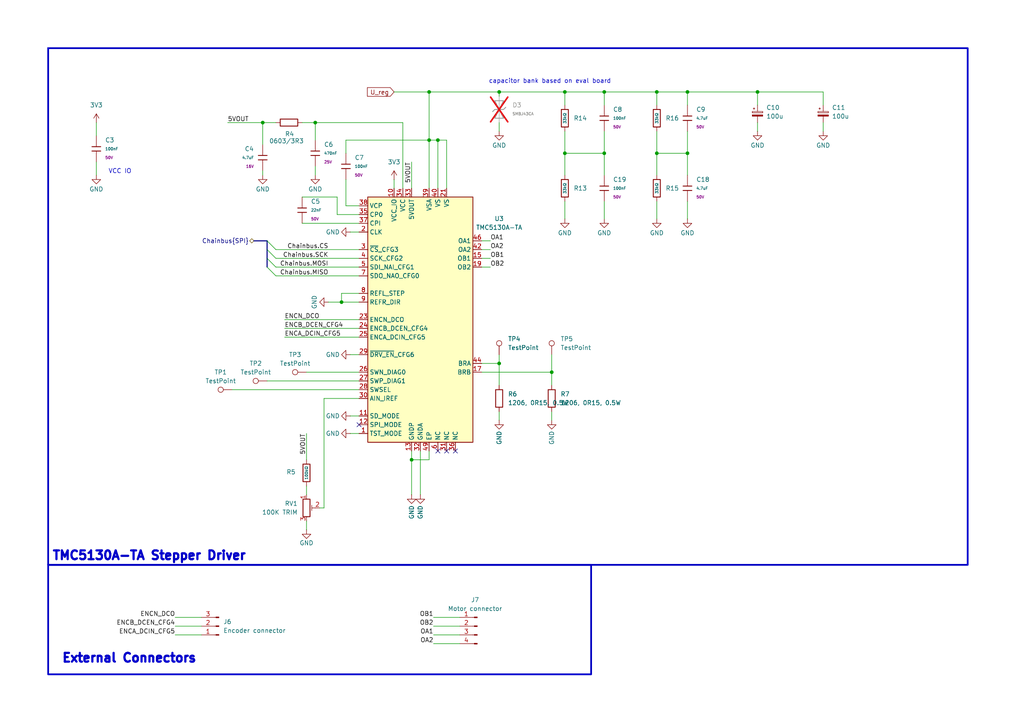
<source format=kicad_sch>
(kicad_sch (version 20250114) (generator "eeschema") (generator_version "9.0")
  (paper "A4")
  (lib_symbols
    (symbol "Connector:Conn_01x03_Pin" (pin_names (offset 1.016) (hide yes))
      (property "Reference" "J" (at 0 5.08 0))
      (property "Value" "Conn_01x03_Pin" (at 0 -5.08 0))
      (symbol "Conn_01x03_Pin_1_1"
        (rectangle (start 0.8636 2.667) (end 0 2.413) (stroke (width 0.1524)) (fill (type outline)))
        (rectangle (start 0.8636 0.127) (end 0 -0.127) (stroke (width 0.1524)) (fill (type outline)))
        (rectangle (start 0.8636 -2.413) (end 0 -2.667) (stroke (width 0.1524)) (fill (type outline)))
        (polyline (pts (xy 1.27 2.54) (xy 0.8636 2.54)) (stroke (width 0.1524)))
        (polyline (pts (xy 1.27 0) (xy 0.8636 0)) (stroke (width 0.1524)))
        (polyline (pts (xy 1.27 -2.54) (xy 0.8636 -2.54)) (stroke (width 0.1524)))
        (pin passive line (at 5.08 2.54 180) (length 3.81) (name "Pin_1") (number "1"))
        (pin passive line (at 5.08 0 180) (length 3.81) (name "Pin_2") (number "2"))
        (pin passive line (at 5.08 -2.54 180) (length 3.81) (name "Pin_3") (number "3"))
      )
    )
    (symbol "Connector:Conn_01x04_Pin" (pin_names (offset 1.016) (hide yes))
      (property "Reference" "J" (at 0 5.08 0))
      (property "Value" "Conn_01x04_Pin" (at 0 -7.62 0))
      (symbol "Conn_01x04_Pin_1_1"
        (rectangle (start 0.8636 2.667) (end 0 2.413) (stroke (width 0.1524)) (fill (type outline)))
        (rectangle (start 0.8636 0.127) (end 0 -0.127) (stroke (width 0.1524)) (fill (type outline)))
        (rectangle (start 0.8636 -2.413) (end 0 -2.667) (stroke (width 0.1524)) (fill (type outline)))
        (rectangle (start 0.8636 -4.953) (end 0 -5.207) (stroke (width 0.1524)) (fill (type outline)))
        (polyline (pts (xy 1.27 2.54) (xy 0.8636 2.54)) (stroke (width 0.1524)))
        (polyline (pts (xy 1.27 0) (xy 0.8636 0)) (stroke (width 0.1524)))
        (polyline (pts (xy 1.27 -2.54) (xy 0.8636 -2.54)) (stroke (width 0.1524)))
        (polyline (pts (xy 1.27 -5.08) (xy 0.8636 -5.08)) (stroke (width 0.1524)))
        (pin passive line (at 5.08 2.54 180) (length 3.81) (name "Pin_1") (number "1"))
        (pin passive line (at 5.08 0 180) (length 3.81) (name "Pin_2") (number "2"))
        (pin passive line (at 5.08 -2.54 180) (length 3.81) (name "Pin_3") (number "3"))
        (pin passive line (at 5.08 -5.08 180) (length 3.81) (name "Pin_4") (number "4"))
      )
    )
    (symbol "Connector:TestPoint" (pin_numbers (hide yes)) (pin_names (offset 0.762) (hide yes))
      (property "Reference" "TP" (at 0 6.858 0))
      (property "Value" "TestPoint" (at 0 5.08 0))
      (symbol "TestPoint_0_1"
        (circle (center 0 3.302) (radius 0.762))
      )
      (symbol "TestPoint_1_1"
        (pin passive line (at 0 0 90) (length 2.54) (name "1") (number "1"))
      )
    )
    (symbol "Device:C_Polarized_Small" (pin_numbers (hide yes)) (pin_names (offset 0.254) (hide yes))
      (property "Reference" "C" (at 0.254 1.778 0))
      (property "Value" "C_Polarized_Small" (at 0.254 -2.032 0))
      (symbol "C_Polarized_Small_0_1"
        (rectangle (start -1.524 0.6858) (end 1.524 0.3048))
        (rectangle (start -1.524 -0.3048) (end 1.524 -0.6858) (fill (type outline)))
        (polyline (pts (xy -1.27 1.524) (xy -0.762 1.524)))
        (polyline (pts (xy -1.016 1.27) (xy -1.016 1.778)))
      )
      (symbol "C_Polarized_Small_1_1"
        (pin passive line (at 0 2.54 270) (length 1.8542) (name "~") (number "1"))
        (pin passive line (at 0 -2.54 90) (length 1.8542) (name "~") (number "2"))
      )
    )
    (symbol "Device:R" (pin_numbers (hide yes)) (pin_names (offset 0))
      (property "Reference" "R" (at 2.032 0 90))
      (property "Value" "R" (at 0 0 90))
      (symbol "R_0_1"
        (rectangle (start -1.016 -2.54) (end 1.016 2.54) (stroke (width 0.254)))
      )
      (symbol "R_1_1"
        (pin passive line (at 0 3.81 270) (length 1.27) (name "~") (number "1"))
        (pin passive line (at 0 -3.81 90) (length 1.27) (name "~") (number "2"))
      )
    )
    (symbol "Device:R_Potentiometer_Trim" (pin_names (offset 1.016) (hide yes))
      (property "Reference" "RV" (at -4.445 0 90))
      (property "Value" "R_Potentiometer_Trim" (at -2.54 0 90))
      (symbol "R_Potentiometer_Trim_0_1"
        (rectangle (start 1.016 2.54) (end -1.016 -2.54) (stroke (width 0.254)))
        (polyline (pts (xy 1.524 0.762) (xy 1.524 -0.762)))
        (polyline (pts (xy 2.54 0) (xy 1.524 0)))
      )
      (symbol "R_Potentiometer_Trim_1_1"
        (pin passive line (at 0 3.81 270) (length 1.27) (name "1") (number "1"))
        (pin passive line (at 0 -3.81 90) (length 1.27) (name "3") (number "3"))
        (pin passive line (at 3.81 0 180) (length 1.27) (name "2") (number "2"))
      )
    )
    (symbol "Driver_Motor:TMC5130A-TA"
      (property "Reference" "U" (at -11.43 38.1 0))
      (property "Value" "TMC5130A-TA" (at 11.43 38.1 0))
      (symbol "TMC5130A-TA_0_1"
        (rectangle (start -15.24 35.56) (end 15.24 -35.56) (stroke (width 0.254)) (fill (type background)))
      )
      (symbol "TMC5130A-TA_1_1"
        (pin passive line (at -17.78 33.02 0) (length 2.54) (name "VCP") (number "38"))
        (pin passive line (at -17.78 30.48 0) (length 2.54) (name "CP0") (number "35"))
        (pin passive line (at -17.78 27.94 0) (length 2.54) (name "CPI") (number "37"))
        (pin input line (at -17.78 25.4 0) (length 2.54) (name "CLK") (number "2"))
        (pin input line (at -17.78 20.32 0) (length 2.54) (name "~{CS}_CFG3") (number "3"))
        (pin input line (at -17.78 17.78 0) (length 2.54) (name "SCK_CFG2") (number "4"))
        (pin input line (at -17.78 15.24 0) (length 2.54) (name "SDI_NAI_CFG1") (number "5"))
        (pin bidirectional line (at -17.78 12.7 0) (length 2.54) (name "SDO_NAO_CFG0") (number "7"))
        (pin input line (at -17.78 7.62 0) (length 2.54) (name "REFL_STEP") (number "8"))
        (pin input line (at -17.78 5.08 0) (length 2.54) (name "REFR_DIR") (number "9"))
        (pin bidirectional line (at -17.78 0 0) (length 2.54) (name "ENCN_DCO") (number "23"))
        (pin input line (at -17.78 -2.54 0) (length 2.54) (name "ENCB_DCEN_CFG4") (number "24"))
        (pin input line (at -17.78 -5.08 0) (length 2.54) (name "ENCA_DCIN_CFG5") (number "25"))
        (pin input line (at -17.78 -10.16 0) (length 2.54) (name "~{DRV_EN}_CFG6") (number "29"))
        (pin bidirectional line (at -17.78 -15.24 0) (length 2.54) (name "SWN_DIAG0") (number "26"))
        (pin bidirectional line (at -17.78 -17.78 0) (length 2.54) (name "SWP_DIAG1") (number "27"))
        (pin input line (at -17.78 -20.32 0) (length 2.54) (name "SWSEL") (number "28"))
        (pin input line (at -17.78 -22.86 0) (length 2.54) (name "AIN_IREF") (number "30"))
        (pin input line (at -17.78 -27.94 0) (length 2.54) (name "SD_MODE") (number "11"))
        (pin input line (at -17.78 -30.48 0) (length 2.54) (name "SPI_MODE") (number "12"))
        (pin input line (at -17.78 -33.02 0) (length 2.54) (name "TST_MODE") (number "1"))
        (pin power_in line (at -7.62 38.1 270) (length 2.54) (name "VCC_IO") (number "10"))
        (pin power_in line (at -5.08 38.1 270) (length 2.54) (name "VCC") (number "34"))
        (pin power_out line (at -2.54 38.1 270) (length 2.54) (name "5VOUT") (number "33"))
        (pin power_in line (at -2.54 -38.1 90) (length 2.54) (name "GNDP") (number "13"))
        (pin passive line (at -2.54 -38.1 90) (length 2.54) (hide yes) (name "GNDP") (number "48"))
        (pin power_in line (at 0 -38.1 90) (length 2.54) (name "GNDA") (number "32"))
        (pin power_in line (at 2.54 38.1 270) (length 2.54) (name "VSA") (number "39"))
        (pin power_in line (at 2.54 -38.1 90) (length 2.54) (name "EP") (number "49"))
        (pin power_in line (at 5.08 38.1 270) (length 2.54) (name "VS") (number "40"))
        (pin passive line (at 5.08 -38.1 90) (length 2.54) (name "NC") (number "6"))
        (pin power_in line (at 7.62 38.1 270) (length 2.54) (name "VS") (number "21"))
        (pin passive line (at 7.62 -38.1 90) (length 2.54) (name "NC") (number "31"))
        (pin passive line (at 10.16 -38.1 90) (length 2.54) (name "NC") (number "36"))
        (pin no_connect line (at 15.24 33.02 180) (length 2.54) (hide yes) (name "DNC") (number "41"))
        (pin no_connect line (at 15.24 30.48 180) (length 2.54) (hide yes) (name "DNC") (number "43"))
        (pin no_connect line (at 15.24 27.94 180) (length 2.54) (hide yes) (name "DNC") (number "45"))
        (pin no_connect line (at 15.24 25.4 180) (length 2.54) (hide yes) (name "DNC") (number "47"))
        (pin no_connect line (at 15.24 12.7 180) (length 2.54) (hide yes) (name "DNC") (number "14"))
        (pin no_connect line (at 15.24 10.16 180) (length 2.54) (hide yes) (name "DNC") (number "16"))
        (pin no_connect line (at 15.24 7.62 180) (length 2.54) (hide yes) (name "DNC") (number "18"))
        (pin no_connect line (at 15.24 5.08 180) (length 2.54) (hide yes) (name "DNC") (number "20"))
        (pin no_connect line (at 15.24 2.54 180) (length 2.54) (hide yes) (name "DNC") (number "22"))
        (pin output line (at 17.78 22.86 180) (length 2.54) (name "OA1") (number "46"))
        (pin output line (at 17.78 20.32 180) (length 2.54) (name "OA2") (number "42"))
        (pin output line (at 17.78 17.78 180) (length 2.54) (name "OB1") (number "15"))
        (pin output line (at 17.78 15.24 180) (length 2.54) (name "OB2") (number "19"))
        (pin passive line (at 17.78 -12.7 180) (length 2.54) (name "BRA") (number "44"))
        (pin passive line (at 17.78 -15.24 180) (length 2.54) (name "BRB") (number "17"))
      )
    )
    (symbol "PCM_JLCPCB-Capacitors:0603,100nF" (pin_numbers (hide yes)) (pin_names (offset 0))
      (property "Reference" "C" (at 2.032 1.668 0))
      (property "Value" "100nF" (at 2.032 -0.3782 0))
      (property "Voltage Rated" "50V" (at 2.032 -2.0462 0))
      (symbol "0603,100nF_0_1"
        (polyline (pts (xy -1.27 0.635) (xy 1.27 0.635)) (stroke (width 0.254)))
        (polyline (pts (xy -1.27 -0.635) (xy 1.27 -0.635)) (stroke (width 0.254)))
      )
      (symbol "0603,100nF_1_1"
        (pin passive line (at 0 3.81 270) (length 3.175) (name "~") (number "1"))
        (pin passive line (at 0 -3.81 90) (length 3.175) (name "~") (number "2"))
      )
    )
    (symbol "PCM_JLCPCB-Capacitors:0603,22nF" (pin_numbers (hide yes)) (pin_names (offset 0))
      (property "Reference" "C" (at 2.032 1.668 0))
      (property "Value" "22nF" (at 2.032 -0.3782 0))
      (property "Voltage Rated" "50V" (at 2.032 -2.0462 0))
      (symbol "0603,22nF_0_1"
        (polyline (pts (xy -1.27 0.635) (xy 1.27 0.635)) (stroke (width 0.254)))
        (polyline (pts (xy -1.27 -0.635) (xy 1.27 -0.635)) (stroke (width 0.254)))
      )
      (symbol "0603,22nF_1_1"
        (pin passive line (at 0 3.81 270) (length 3.175) (name "~") (number "1"))
        (pin passive line (at 0 -3.81 90) (length 3.175) (name "~") (number "2"))
      )
    )
    (symbol "PCM_JLCPCB-Capacitors:0603,4.7uF" (pin_numbers (hide yes)) (pin_names (offset 0))
      (property "Reference" "C" (at 2.032 1.668 0))
      (property "Value" "4.7uF" (at 2.032 -0.3782 0))
      (property "Voltage Rated" "16V" (at 2.032 -2.0462 0))
      (symbol "0603,4.7uF_0_1"
        (polyline (pts (xy -1.27 0.635) (xy 1.27 0.635)) (stroke (width 0.254)))
        (polyline (pts (xy -1.27 -0.635) (xy 1.27 -0.635)) (stroke (width 0.254)))
      )
      (symbol "0603,4.7uF_1_1"
        (pin passive line (at 0 3.81 270) (length 3.175) (name "~") (number "1"))
        (pin passive line (at 0 -3.81 90) (length 3.175) (name "~") (number "2"))
      )
    )
    (symbol "PCM_JLCPCB-Capacitors:0603,470nF" (pin_numbers (hide yes)) (pin_names (offset 0))
      (property "Reference" "C" (at 2.032 1.668 0))
      (property "Value" "470nF" (at 2.032 -0.3782 0))
      (property "Voltage Rated" "25V" (at 2.032 -2.0462 0))
      (symbol "0603,470nF_0_1"
        (polyline (pts (xy -1.27 0.635) (xy 1.27 0.635)) (stroke (width 0.254)))
        (polyline (pts (xy -1.27 -0.635) (xy 1.27 -0.635)) (stroke (width 0.254)))
      )
      (symbol "0603,470nF_1_1"
        (pin passive line (at 0 3.81 270) (length 3.175) (name "~") (number "1"))
        (pin passive line (at 0 -3.81 90) (length 3.175) (name "~") (number "2"))
      )
    )
    (symbol "PCM_JLCPCB-Capacitors:1206,4.7uF" (pin_numbers (hide yes)) (pin_names (offset 0))
      (property "Reference" "C" (at 2.032 1.668 0))
      (property "Value" "4.7uF" (at 2.032 -0.3782 0))
      (property "Voltage Rated" "50V" (at 2.032 -2.0462 0))
      (symbol "1206,4.7uF_0_1"
        (polyline (pts (xy -1.27 0.635) (xy 1.27 0.635)) (stroke (width 0.254)))
        (polyline (pts (xy -1.27 -0.635) (xy 1.27 -0.635)) (stroke (width 0.254)))
      )
      (symbol "1206,4.7uF_1_1"
        (pin passive line (at 0 3.81 270) (length 3.175) (name "~") (number "1"))
        (pin passive line (at 0 -3.81 90) (length 3.175) (name "~") (number "2"))
      )
    )
    (symbol "PCM_JLCPCB-Diodes:TVS-Bi,SMBJ43CA" (pin_numbers (hide yes)) (pin_names (offset 0))
      (property "Reference" "D" (at 2.032 0.834 0))
      (property "Value" "SMBJ43CA" (at 2.032 -1.2122 0))
      (symbol "TVS-Bi,SMBJ43CA_0_1"
        (polyline (pts (xy -1.905 -0.635) (xy -1.27 0) (xy 1.27 0) (xy 1.905 0.635)) (stroke (width 0.254)))
        (polyline (pts (xy -1.27 2.54) (xy 0 0) (xy 1.27 2.54) (xy -1.27 2.54)) (stroke (width 0.254)))
        (polyline (pts (xy 1.27 -2.54) (xy 0 0) (xy -1.27 -2.54) (xy 1.27 -2.54)) (stroke (width 0.254)))
      )
      (symbol "TVS-Bi,SMBJ43CA_1_1"
        (pin passive line (at 0 3.81 270) (length 3.81) (name "~") (number "2"))
        (pin passive line (at 0 -3.81 90) (length 3.81) (name "~") (number "1"))
      )
    )
    (symbol "PCM_JLCPCB-Resistors:0402,100kΩ" (pin_numbers (hide yes)) (pin_names (offset 0))
      (property "Reference" "R" (at 1.778 0 0))
      (property "Value" "100kΩ" (at 0 0 90))
      (symbol "0402,100kΩ_0_1"
        (rectangle (start -1.016 2.54) (end 1.016 -2.54) (stroke (width 0.254)))
      )
      (symbol "0402,100kΩ_1_1"
        (pin passive line (at 0 3.81 270) (length 1.27) (name "~") (number "1"))
        (pin passive line (at 0 -3.81 90) (length 1.27) (name "~") (number "2"))
      )
    )
    (symbol "PCM_JLCPCB-Resistors:0402,33kΩ" (pin_numbers (hide yes)) (pin_names (offset 0))
      (property "Reference" "R" (at 1.778 0 0))
      (property "Value" "33kΩ" (at 0 0 90))
      (symbol "0402,33kΩ_0_1"
        (rectangle (start -1.016 2.54) (end 1.016 -2.54) (stroke (width 0.254)))
      )
      (symbol "0402,33kΩ_1_1"
        (pin passive line (at 0 3.81 270) (length 1.27) (name "~") (number "1"))
        (pin passive line (at 0 -3.81 90) (length 1.27) (name "~") (number "2"))
      )
    )
    (symbol "power:+3.3V" (power) (pin_numbers (hide yes)) (pin_names (offset 0) (hide yes))
      (property "Value" "+3.3V" (at 0 3.556 0))
      (symbol "+3.3V_0_1"
        (polyline (pts (xy -0.762 1.27) (xy 0 2.54)))
        (polyline (pts (xy 0 2.54) (xy 0.762 1.27)))
        (polyline (pts (xy 0 0) (xy 0 2.54)))
      )
      (symbol "+3.3V_1_1"
        (pin power_in line (at 0 0 90) (length 0) (name "~") (number "1"))
      )
    )
    (symbol "power:GND" (power) (pin_numbers (hide yes)) (pin_names (offset 0) (hide yes))
      (property "Value" "GND" (at 0 -3.81 0))
      (symbol "GND_0_1"
        (polyline (pts (xy 0 0) (xy 0 -1.27) (xy 1.27 -1.27) (xy 0 -2.54) (xy -1.27 -1.27) (xy 0 -1.27)))
      )
      (symbol "GND_1_1"
        (pin power_in line (at 0 0 270) (length 0) (name "~") (number "1"))
      )
    )
  )
  (rectangle (start 13.97 13.97) (end 280.67 163.83) (stroke (width 0.508)))
  (rectangle (start 13.97 163.83) (end 171.45 195.58) (stroke (width 0.508)))
  (text "VCC IO\n" (at 34.798 49.784 0) (effects (font (size 1.27 1.27))))
  (text "TMC5130A-TA Stepper Driver\n" (at 14.986 161.29 0) (effects (font (size 2.54 2.54) (thickness 0.762) (bold yes)) (justify left)))
  (text "External Connectors\n" (at 17.78 191.008 0) (effects (font (size 2.54 2.54) (thickness 0.762) (bold yes)) (justify left)))
  (text "capacitor bank based on eval board\n" (at 159.512 23.622 0) (effects (font (size 1.27 1.27))))
  (junction (at 144.78 26.67))
  (junction (at 199.39 26.67))
  (junction (at 190.5 44.45))
  (junction (at 163.83 44.45))
  (junction (at 175.26 26.67))
  (junction (at 175.26 44.45))
  (junction (at 144.78 105.41))
  (junction (at 199.39 44.45))
  (junction (at 190.5 26.67))
  (junction (at 99.06 87.63))
  (junction (at 160.02 107.95))
  (junction (at 124.46 26.67))
  (junction (at 76.2 35.56))
  (junction (at 219.71 26.67))
  (junction (at 163.83 26.67))
  (junction (at 127 40.64))
  (junction (at 119.38 133.35))
  (junction (at 91.44 35.56))
  (junction (at 124.46 40.64))
  (no_connect (at 104.14 123.19))
  (no_connect (at 132.08 130.81))
  (no_connect (at 127 130.81))
  (no_connect (at 129.54 130.81))
  (bus_entry (at 77.47 72.39) (size 2.54 2.54))
  (bus_entry (at 77.47 77.47) (size 2.54 2.54))
  (bus_entry (at 77.47 69.85) (size 2.54 2.54))
  (bus_entry (at 77.47 74.93) (size 2.54 2.54))
  (wire (pts (xy 124.46 26.67) (xy 124.46 40.64)))
  (wire (pts (xy 87.63 64.77) (xy 104.14 64.77)))
  (bus (pts (xy 77.47 72.39) (xy 77.47 74.93)))
  (wire (pts (xy 101.6 125.73) (xy 104.14 125.73)))
  (wire (pts (xy 76.2 35.56) (xy 76.2 41.91)))
  (wire (pts (xy 139.7 107.95) (xy 160.02 107.95)))
  (wire (pts (xy 50.8 184.15) (xy 58.42 184.15)))
  (wire (pts (xy 175.26 26.67) (xy 175.26 30.48)))
  (wire (pts (xy 77.47 110.49) (xy 104.14 110.49)))
  (wire (pts (xy 104.14 59.69) (xy 100.33 59.69)))
  (wire (pts (xy 114.3 26.67) (xy 124.46 26.67)))
  (wire (pts (xy 127 40.64) (xy 129.54 40.64)))
  (wire (pts (xy 91.44 35.56) (xy 116.84 35.56)))
  (wire (pts (xy 163.83 26.67) (xy 163.83 30.48)))
  (wire (pts (xy 121.92 130.81) (xy 121.92 143.51)))
  (wire (pts (xy 142.24 72.39) (xy 139.7 72.39)))
  (bus (pts (xy 77.47 74.93) (xy 77.47 77.47)))
  (wire (pts (xy 199.39 58.42) (xy 199.39 63.5)))
  (wire (pts (xy 91.44 40.64) (xy 91.44 35.56)))
  (wire (pts (xy 82.55 95.25) (xy 104.14 95.25)))
  (wire (pts (xy 142.24 74.93) (xy 139.7 74.93)))
  (wire (pts (xy 101.6 102.87) (xy 104.14 102.87)))
  (wire (pts (xy 101.6 67.31) (xy 104.14 67.31)))
  (wire (pts (xy 124.46 26.67) (xy 144.78 26.67)))
  (wire (pts (xy 97.79 62.23) (xy 104.14 62.23)))
  (wire (pts (xy 116.84 54.61) (xy 116.84 35.56)))
  (wire (pts (xy 76.2 49.53) (xy 76.2 50.8)))
  (bus (pts (xy 77.47 69.85) (xy 77.47 72.39)))
  (wire (pts (xy 114.3 52.07) (xy 114.3 54.61)))
  (wire (pts (xy 82.55 97.79) (xy 104.14 97.79)))
  (wire (pts (xy 142.24 77.47) (xy 139.7 77.47)))
  (wire (pts (xy 144.78 35.56) (xy 144.78 38.1)))
  (wire (pts (xy 190.5 58.42) (xy 190.5 63.5)))
  (wire (pts (xy 163.83 44.45) (xy 175.26 44.45)))
  (wire (pts (xy 91.44 48.26) (xy 91.44 50.8)))
  (wire (pts (xy 93.98 115.57) (xy 93.98 147.32)))
  (wire (pts (xy 190.5 38.1) (xy 190.5 44.45)))
  (wire (pts (xy 95.25 87.63) (xy 99.06 87.63)))
  (wire (pts (xy 175.26 38.1) (xy 175.26 44.45)))
  (wire (pts (xy 125.73 184.15) (xy 133.35 184.15)))
  (wire (pts (xy 80.01 35.56) (xy 76.2 35.56)))
  (wire (pts (xy 87.63 35.56) (xy 91.44 35.56)))
  (wire (pts (xy 125.73 179.07) (xy 133.35 179.07)))
  (wire (pts (xy 175.26 58.42) (xy 175.26 63.5)))
  (wire (pts (xy 144.78 27.94) (xy 144.78 26.67)))
  (wire (pts (xy 87.63 57.15) (xy 97.79 57.15)))
  (wire (pts (xy 99.06 85.09) (xy 104.14 85.09)))
  (wire (pts (xy 88.9 151.13) (xy 88.9 153.67)))
  (wire (pts (xy 190.5 26.67) (xy 190.5 30.48)))
  (wire (pts (xy 160.02 107.95) (xy 160.02 111.76)))
  (wire (pts (xy 199.39 26.67) (xy 219.71 26.67)))
  (wire (pts (xy 124.46 40.64) (xy 127 40.64)))
  (wire (pts (xy 50.8 179.07) (xy 58.42 179.07)))
  (wire (pts (xy 119.38 46.99) (xy 119.38 54.61)))
  (wire (pts (xy 88.9 107.95) (xy 104.14 107.95)))
  (wire (pts (xy 99.06 87.63) (xy 104.14 87.63)))
  (wire (pts (xy 199.39 44.45) (xy 199.39 50.8)))
  (wire (pts (xy 124.46 130.81) (xy 124.46 133.35)))
  (wire (pts (xy 76.2 35.56) (xy 66.04 35.56)))
  (wire (pts (xy 163.83 58.42) (xy 163.83 63.5)))
  (wire (pts (xy 67.31 113.03) (xy 104.14 113.03)))
  (wire (pts (xy 80.01 80.01) (xy 104.14 80.01)))
  (wire (pts (xy 100.33 40.64) (xy 124.46 40.64)))
  (wire (pts (xy 119.38 133.35) (xy 119.38 143.51)))
  (wire (pts (xy 238.76 35.56) (xy 238.76 38.1)))
  (wire (pts (xy 99.06 85.09) (xy 99.06 87.63)))
  (wire (pts (xy 160.02 119.38) (xy 160.02 121.92)))
  (wire (pts (xy 97.79 57.15) (xy 97.79 62.23)))
  (wire (pts (xy 27.94 46.99) (xy 27.94 50.8)))
  (wire (pts (xy 190.5 44.45) (xy 199.39 44.45)))
  (wire (pts (xy 50.8 181.61) (xy 58.42 181.61)))
  (wire (pts (xy 190.5 26.67) (xy 199.39 26.67)))
  (wire (pts (xy 163.83 44.45) (xy 163.83 50.8)))
  (wire (pts (xy 144.78 119.38) (xy 144.78 121.92)))
  (wire (pts (xy 80.01 72.39) (xy 104.14 72.39)))
  (wire (pts (xy 163.83 38.1) (xy 163.83 44.45)))
  (wire (pts (xy 219.71 35.56) (xy 219.71 38.1)))
  (wire (pts (xy 238.76 30.48) (xy 238.76 26.67)))
  (wire (pts (xy 219.71 26.67) (xy 238.76 26.67)))
  (wire (pts (xy 139.7 105.41) (xy 144.78 105.41)))
  (wire (pts (xy 119.38 130.81) (xy 119.38 133.35)))
  (bus (pts (xy 73.66 69.85) (xy 77.47 69.85)))
  (wire (pts (xy 127 40.64) (xy 127 54.61)))
  (wire (pts (xy 190.5 44.45) (xy 190.5 50.8)))
  (wire (pts (xy 101.6 120.65) (xy 104.14 120.65)))
  (wire (pts (xy 199.39 38.1) (xy 199.39 44.45)))
  (wire (pts (xy 163.83 26.67) (xy 175.26 26.67)))
  (wire (pts (xy 129.54 40.64) (xy 129.54 54.61)))
  (wire (pts (xy 82.55 92.71) (xy 104.14 92.71)))
  (wire (pts (xy 160.02 107.95) (xy 160.02 102.87)))
  (wire (pts (xy 219.71 26.67) (xy 219.71 30.48)))
  (wire (pts (xy 144.78 26.67) (xy 163.83 26.67)))
  (wire (pts (xy 125.73 186.69) (xy 133.35 186.69)))
  (wire (pts (xy 199.39 26.67) (xy 199.39 30.48)))
  (wire (pts (xy 124.46 40.64) (xy 124.46 54.61)))
  (wire (pts (xy 88.9 140.97) (xy 88.9 143.51)))
  (wire (pts (xy 100.33 52.07) (xy 100.33 59.69)))
  (wire (pts (xy 125.73 181.61) (xy 133.35 181.61)))
  (wire (pts (xy 27.94 35.56) (xy 27.94 39.37)))
  (wire (pts (xy 100.33 44.45) (xy 100.33 40.64)))
  (wire (pts (xy 93.98 147.32) (xy 92.71 147.32)))
  (wire (pts (xy 175.26 26.67) (xy 190.5 26.67)))
  (wire (pts (xy 124.46 133.35) (xy 119.38 133.35)))
  (wire (pts (xy 175.26 44.45) (xy 175.26 50.8)))
  (wire (pts (xy 80.01 77.47) (xy 104.14 77.47)))
  (wire (pts (xy 142.24 69.85) (xy 139.7 69.85)))
  (wire (pts (xy 144.78 105.41) (xy 144.78 111.76)))
  (wire (pts (xy 144.78 102.87) (xy 144.78 105.41)))
  (wire (pts (xy 80.01 74.93) (xy 104.14 74.93)))
  (wire (pts (xy 104.14 115.57) (xy 93.98 115.57)))
  (wire (pts (xy 88.9 125.73) (xy 88.9 133.35)))
  (label "OB1" (at 142.24 74.93 0))
  (label "OB1" (at 125.73 179.07 180))
  (label "ENCN_DCO" (at 82.55 92.71 0))
  (label "OA1" (at 142.24 69.85 0))
  (label "5VOUT" (at 88.9 125.73 270))
  (label "OB2" (at 142.24 77.47 0))
  (label "ENCB_DCEN_CFG4" (at 82.55 95.25 0))
  (label "Chainbus.SCK" (at 95.25 74.93 180))
  (label "Chainbus.MOSI" (at 95.25 77.47 180))
  (label "OB2" (at 125.73 181.61 180))
  (label "OA2" (at 125.73 186.69 180))
  (label "5VOUT" (at 119.38 46.99 270))
  (label "ENCA_DCIN_CFG5" (at 50.8 184.15 180))
  (label "Chainbus.MISO" (at 95.25 80.01 180))
  (label "Chainbus.CS" (at 95.25 72.39 180))
  (label "ENCB_DCEN_CFG4" (at 50.8 181.61 180))
  (label "OA1" (at 125.73 184.15 180))
  (label "OA2" (at 142.24 72.39 0))
  (label "ENCN_DCO" (at 50.8 179.07 180))
  (label "ENCA_DCIN_CFG5" (at 82.55 97.79 0))
  (label "5VOUT" (at 66.04 35.56 0))
  (global_label "U_reg" (shape input) (at 114.3 26.67 180) (property "Intersheetrefs" "${INTERSHEET_REFS}" (effects (hide yes))))
  (hierarchical_label "Chainbus{SPI}" (shape bidirectional) (at 73.66 69.85 180))
  (symbol (lib_id "power:GND") (at 163.83 63.5 0) (unit 1)
    (property "Reference" "#PWR081" (effects (hide yes)))
    (property "Value" "GND" (at 163.83 67.564 0))
    (property "Description" "Power symbol creates a global label with name \"GND\" , ground" (effects (hide yes)))
  )
  (symbol (lib_id "power:GND") (at 238.76 38.1 0) (unit 1)
    (property "Reference" "#PWR065" (effects (hide yes)))
    (property "Value" "GND" (at 238.76 42.164 0))
    (property "Description" "Power symbol creates a global label with name \"GND\" , ground" (effects (hide yes)))
  )
  (symbol (lib_id "Connector:TestPoint") (at 88.9 107.95 90) (unit 1)
    (property "Reference" "TP3" (at 85.598 102.87 90))
    (property "Value" "TestPoint" (at 85.598 105.41 90))
    (property "Description" "test point" (effects (hide yes)))
  )
  (symbol (lib_id "power:GND") (at 175.26 63.5 0) (unit 1)
    (property "Reference" "#PWR061" (effects (hide yes)))
    (property "Value" "GND" (at 175.26 67.564 0))
    (property "Description" "Power symbol creates a global label with name \"GND\" , ground" (effects (hide yes)))
  )
  (symbol (lib_id "Device:R") (at 160.02 115.57 0) (unit 1)
    (property "Reference" "R7" (at 162.56 114.2999 0) (effects (justify left)))
    (property "Value" "1206, 0R15, 0.5W" (at 162.56 116.8399 0) (effects (justify left)))
    (property "Description" "Resistor" (effects (hide yes)))
  )
  (symbol (lib_id "power:GND") (at 144.78 121.92 0) (unit 1)
    (property "Reference" "#PWR060" (effects (hide yes)))
    (property "Value" "GND" (at 144.78 127 90))
    (property "Description" "Power symbol creates a global label with name \"GND\" , ground" (effects (hide yes)))
  )
  (symbol (lib_id "Connector:TestPoint") (at 67.31 113.03 90) (unit 1)
    (property "Reference" "TP1" (at 64.008 107.95 90))
    (property "Value" "TestPoint" (at 64.008 110.49 90))
    (property "Description" "test point" (effects (hide yes)))
  )
  (symbol (lib_id "Device:R") (at 144.78 115.57 0) (unit 1)
    (property "Reference" "R6" (at 147.32 114.2999 0) (effects (justify left)))
    (property "Value" "1206, 0R15, 0.5W" (at 147.32 116.8399 0) (effects (justify left)))
    (property "Description" "Resistor" (effects (hide yes)))
  )
  (symbol (lib_id "Driver_Motor:TMC5130A-TA") (at 121.92 92.71 0) (unit 1)
    (property "Reference" "U3" (at 144.78 63.4298 0))
    (property "Value" "TMC5130A-TA" (at 144.78 65.9698 0))
    (property "Footprint" "Package_QFP:TQFP-48-1EP_7x7mm_P0.5mm_EP5x5mm_ThermalVias" (effects (hide yes)))
    (property "Datasheet" "https://www.trinamic.com/fileadmin/assets/Products/ICs_Documents/TMC5130_datasheet_Rev1.17.pdf" (effects (hide yes)))
    (property "Description" "Power Driver For Stepper Motors, 2.0A, 4.75-46V, TQFP-48" (effects (hide yes)))
  )
  (symbol (lib_id "Connector:TestPoint") (at 77.47 110.49 90) (unit 1)
    (property "Reference" "TP2" (at 74.168 105.41 90))
    (property "Value" "TestPoint" (at 74.168 107.95 90))
    (property "Description" "test point" (effects (hide yes)))
  )
  (symbol (lib_id "power:GND") (at 101.6 120.65 270) (unit 1)
    (property "Reference" "#PWR054" (effects (hide yes)))
    (property "Value" "GND" (at 96.52 120.65 90))
    (property "Description" "Power symbol creates a global label with name \"GND\" , ground" (effects (hide yes)))
  )
  (symbol (lib_id "PCM_JLCPCB-Diodes:TVS-Bi,SMBJ43CA") (at 144.78 31.75 0) (unit 1) (dnp yes)
    (property "Reference" "D3" (at 148.59 30.4799 0) (effects (justify left)))
    (property "Value" "SMBJ43CA" (at 148.59 33.02 0) (effects (font (size 0.8 0.8)) (justify left)))
    (property "Footprint" "PCM_JLCPCB:D_SMB" (effects (hide yes)))
    (property "Datasheet" "https://www.lcsc.com/datasheet/lcsc_datasheet_2411041728_hongjiacheng-SMBJ43CA_C41376098.pdf" (effects (hide yes)))
    (property "Description" "8.65A 600W 69.4V 52.8V Bidirectional 43V SMB ESD and Surge Protection (TVS/ESD) ROHS" (effects (hide yes)))
    (property "LCSC" "C41376098" (effects (hide yes)))
    (property "Stock" "7603" (effects (hide yes)))
    (property "Price" "0.044USD" (effects (hide yes)))
    (property "Process" "SMT" (effects (hide yes)))
    (property "Minimum Qty" "5" (effects (hide yes)))
    (property "Attrition Qty" "2" (effects (hide yes)))
    (property "Class" "Preferred Component" (effects (hide yes)))
    (property "Category" "Circuit Protection,ESD And Surge Protection (TVS/ESD)" (effects (hide yes)))
    (property "Manufacturer" "hongjiacheng" (effects (hide yes)))
    (property "Part" "SMBJ43CA" (effects (hide yes)))
    (property "Operating Temperature" "-55°C~+155°C" (effects (hide yes)))
    (property "Type" "TVS" (effects (hide yes)))
    (property "Peak Pulse Power Dissipation (Ppp)" "600W" (effects (hide yes)))
    (property "Number of Lines" "Dual channel" (effects (hide yes)))
    (property "Breakdown Voltage" "52.8V" (effects (hide yes)))
    (property "Maximum Clamping Voltage" "69.4V" (effects (hide yes)))
    (property "Peak Pulse Current (Ipp)" "8.65A" (effects (hide yes)))
    (property "Reverse Stand-Off Voltage (Vrwm)" "43V" (effects (hide yes)))
    (property "Reverse Leakage Current (Ir)" "5uA" (effects (hide yes)))
    (property "polarity" "Bidirectional" (effects (hide yes)))
    (instances (project "" (path "" (reference "D3") (unit 1)) (path "" (reference "D9") (unit 1))))
  )
  (symbol (lib_id "power:GND") (at 91.44 50.8 0) (unit 1)
    (property "Reference" "#PWR050" (effects (hide yes)))
    (property "Value" "GND" (at 91.44 54.864 0))
    (property "Description" "Power symbol creates a global label with name \"GND\" , ground" (effects (hide yes)))
  )
  (symbol (lib_id "power:GND") (at 101.6 125.73 270) (unit 1)
    (property "Reference" "#PWR055" (effects (hide yes)))
    (property "Value" "GND" (at 96.52 125.73 90))
    (property "Description" "Power symbol creates a global label with name \"GND\" , ground" (effects (hide yes)))
  )
  (symbol (lib_id "power:GND") (at 199.39 63.5 0) (unit 1)
    (property "Reference" "#PWR063" (effects (hide yes)))
    (property "Value" "GND" (at 199.39 67.564 0))
    (property "Description" "Power symbol creates a global label with name \"GND\" , ground" (effects (hide yes)))
  )
  (symbol (lib_id "power:GND") (at 76.2 50.8 0) (unit 1)
    (property "Reference" "#PWR048" (effects (hide yes)))
    (property "Value" "GND" (at 76.2 54.864 0))
    (property "Description" "Power symbol creates a global label with name \"GND\" , ground" (effects (hide yes)))
  )
  (symbol (lib_id "Connector:Conn_01x03_Pin") (at 63.5 181.61 180) (unit 1)
    (property "Reference" "J6" (at 64.77 180.3399 0) (effects (justify right)))
    (property "Value" "Encoder connector" (at 64.77 182.8799 0) (effects (justify right)))
    (property "Description" "Generic connector, single row, 01x03, script generated" (effects (hide yes)))
  )
  (symbol (lib_id "PCM_JLCPCB-Capacitors:0603,100nF") (at 175.26 34.29 0) (unit 1)
    (property "Reference" "C8" (at 177.8 31.7499 0) (effects (justify left)))
    (property "Value" "100nF" (at 177.8 34.29 0) (effects (font (size 0.8 0.8)) (justify left)))
    (property "Footprint" "PCM_JLCPCB:C_0603" (effects (hide yes)))
    (property "Datasheet" "https://www.lcsc.com/datasheet/lcsc_datasheet_2211101700_YAGEO-CC0603KRX7R9BB104_C14663.pdf" (effects (hide yes)))
    (property "Description" "50V 100nF X7R ±10% 0603 Multilayer Ceramic Capacitors MLCC - SMD/SMT ROHS" (effects (hide yes)))
    (property "LCSC" "C14663" (effects (hide yes)))
    (property "Stock" "70324515" (effects (hide yes)))
    (property "Price" "0.006USD" (effects (hide yes)))
    (property "Process" "SMT" (effects (hide yes)))
    (property "Minimum Qty" "20" (effects (hide yes)))
    (property "Attrition Qty" "10" (effects (hide yes)))
    (property "Class" "Basic Component" (effects (hide yes)))
    (property "Category" "Capacitors,Multilayer Ceramic Capacitors MLCC - SMD/SMT" (effects (hide yes)))
    (property "Manufacturer" "YAGEO" (effects (hide yes)))
    (property "Part" "CC0603KRX7R9BB104" (effects (hide yes)))
    (property "Voltage Rated" "50V" (at 177.8 36.83 0) (effects (font (size 0.8 0.8)) (justify left)))
    (property "Tolerance" "±10%" (effects (hide yes)))
    (property "Capacitance" "100nF" (effects (hide yes)))
    (property "Temperature Coefficient" "X7R" (effects (hide yes)))
  )
  (symbol (lib_id "Device:R") (at 83.82 35.56 90) (unit 1)
    (property "Reference" "R4" (at 85.344 38.862 90) (effects (justify left)))
    (property "Value" "0603/3R3" (at 88.138 40.894 90) (effects (justify left)))
    (property "Description" "Resistor" (effects (hide yes)))
  )
  (symbol (lib_id "power:GND") (at 160.02 121.92 0) (unit 1)
    (property "Reference" "#PWR062" (effects (hide yes)))
    (property "Value" "GND" (at 160.02 127 90))
    (property "Description" "Power symbol creates a global label with name \"GND\" , ground" (effects (hide yes)))
  )
  (symbol (lib_id "Connector:Conn_01x04_Pin") (at 138.43 181.61 0) (mirror y) (unit 1)
    (property "Reference" "J7" (at 137.795 173.99 0))
    (property "Value" "Motor connector" (at 137.795 176.53 0))
    (property "Description" "Generic connector, single row, 01x04, script generated" (effects (hide yes)))
  )
  (symbol (lib_id "PCM_JLCPCB-Resistors:0402,33kΩ") (at 190.5 54.61 0) (unit 1)
    (property "Reference" "R15" (at 193.04 54.6099 0) (effects (justify left)))
    (property "Value" "33kΩ" (at 190.5 54.61 90) (effects (font (size 0.8 0.8))))
    (property "Footprint" "PCM_JLCPCB:R_0402" (effects (hide yes)))
    (property "Datasheet" "https://www.lcsc.com/datasheet/lcsc_datasheet_2206010100_UNI-ROYAL-Uniroyal-Elec-0402WGF3302TCE_C25779.pdf" (effects (hide yes)))
    (property "Description" "62.5mW Thick Film Resistors 50V ±100ppm/°C ±1% 33kΩ 0402 Chip Resistor - Surface Mount ROHS" (effects (hide yes)))
    (property "LCSC" "C25779" (effects (hide yes)))
    (property "Stock" "1069887" (effects (hide yes)))
    (property "Price" "0.004USD" (effects (hide yes)))
    (property "Process" "SMT" (effects (hide yes)))
    (property "Minimum Qty" "20" (effects (hide yes)))
    (property "Attrition Qty" "10" (effects (hide yes)))
    (property "Class" "Basic Component" (effects (hide yes)))
    (property "Category" "Resistors,Chip Resistor - Surface Mount" (effects (hide yes)))
    (property "Manufacturer" "UNI-ROYAL(Uniroyal Elec)" (effects (hide yes)))
    (property "Part" "0402WGF3302TCE" (effects (hide yes)))
    (property "Resistance" "33kΩ" (effects (hide yes)))
    (property "Power(Watts)" "62.5mW" (effects (hide yes)))
    (property "Type" "Thick Film Resistors" (effects (hide yes)))
    (property "Overload Voltage (Max)" "50V" (effects (hide yes)))
    (property "Operating Temperature Range" "-55°C~+155°C" (effects (hide yes)))
    (property "Tolerance" "±1%" (effects (hide yes)))
    (property "Temperature Coefficient" "±100ppm/°C" (effects (hide yes)))
  )
  (symbol (lib_id "PCM_JLCPCB-Capacitors:0603,22nF") (at 87.63 60.96 0) (unit 1)
    (property "Reference" "C5" (at 90.17 58.4199 0) (effects (justify left)))
    (property "Value" "22nF" (at 90.17 60.96 0) (effects (font (size 0.8 0.8)) (justify left)))
    (property "Footprint" "PCM_JLCPCB:C_0603" (effects (hide yes)))
    (property "Datasheet" "https://www.lcsc.com/datasheet/lcsc_datasheet_2304140030_Samsung-Electro-Mechanics-CL10B223KB8NNNC_C21122.pdf" (effects (hide yes)))
    (property "Description" "50V 22nF X7R ±10% 0603 Multilayer Ceramic Capacitors MLCC - SMD/SMT ROHS" (effects (hide yes)))
    (property "LCSC" "C21122" (effects (hide yes)))
    (property "Stock" "746157" (effects (hide yes)))
    (property "Price" "0.007USD" (effects (hide yes)))
    (property "Process" "SMT" (effects (hide yes)))
    (property "Minimum Qty" "20" (effects (hide yes)))
    (property "Attrition Qty" "10" (effects (hide yes)))
    (property "Class" "Basic Component" (effects (hide yes)))
    (property "Category" "Capacitors,Multilayer Ceramic Capacitors MLCC - SMD/SMT" (effects (hide yes)))
    (property "Manufacturer" "Samsung Electro-Mechanics" (effects (hide yes)))
    (property "Part" "CL10B223KB8NNNC" (effects (hide yes)))
    (property "Voltage Rated" "50V" (at 90.17 63.5 0) (effects (font (size 0.8 0.8)) (justify left)))
    (property "Tolerance" "±10%" (effects (hide yes)))
    (property "Capacitance" "22nF" (effects (hide yes)))
    (property "Temperature Coefficient" "X7R" (effects (hide yes)))
    (instances (project "" (path "" (reference "C5") (unit 1)) (path "" (reference "C18") (unit 1))))
  )
  (symbol (lib_id "Connector:TestPoint") (at 144.78 102.87 0) (unit 1)
    (property "Reference" "TP4" (at 147.32 98.2979 0) (effects (justify left)))
    (property "Value" "TestPoint" (at 147.32 100.8379 0) (effects (justify left)))
    (property "Description" "test point" (effects (hide yes)))
  )
  (symbol (lib_id "power:GND") (at 219.71 38.1 0) (unit 1)
    (property "Reference" "#PWR064" (effects (hide yes)))
    (property "Value" "GND" (at 219.71 42.164 0))
    (property "Description" "Power symbol creates a global label with name \"GND\" , ground" (effects (hide yes)))
  )
  (symbol (lib_id "power:GND") (at 121.92 143.51 0) (unit 1)
    (property "Reference" "#PWR058" (effects (hide yes)))
    (property "Value" "GND" (at 121.92 148.59 90))
    (property "Description" "Power symbol creates a global label with name \"GND\" , ground" (effects (hide yes)))
  )
  (symbol (lib_id "power:GND") (at 144.78 38.1 0) (unit 1)
    (property "Reference" "#PWR059" (effects (hide yes)))
    (property "Value" "GND" (at 144.78 42.164 0))
    (property "Description" "Power symbol creates a global label with name \"GND\" , ground" (effects (hide yes)))
  )
  (symbol (lib_id "Device:C_Polarized_Small") (at 238.76 33.02 0) (unit 1)
    (property "Reference" "C11" (at 241.3 31.2038 0) (effects (justify left)))
    (property "Value" "100u" (at 241.3 33.7438 0) (effects (justify left)))
    (property "Footprint" "Capacitor_SMD:CP_Elec_10x12.5" (effects (hide yes)))
    (property "Description" "Polarized capacitor, small symbol" (effects (hide yes)))
    (property "LCSC" "C22387799" (effects (hide yes)))
  )
  (symbol (lib_id "power:GND") (at 27.94 50.8 0) (unit 1)
    (property "Reference" "#PWR047" (effects (hide yes)))
    (property "Value" "GND" (at 27.94 54.864 0))
    (property "Description" "Power symbol creates a global label with name \"GND\" , ground" (effects (hide yes)))
  )
  (symbol (lib_id "power:+3.3V") (at 114.3 52.07 0) (unit 1)
    (property "Reference" "#PWR056" (effects (hide yes)))
    (property "Value" "3V3" (at 114.3 46.99 0))
    (property "Description" "Power symbol creates a global label with name \"+3.3V\"" (effects (hide yes)))
  )
  (symbol (lib_id "PCM_JLCPCB-Capacitors:1206,4.7uF") (at 199.39 54.61 0) (unit 1)
    (property "Reference" "C18" (at 201.93 52.0699 0) (effects (justify left)))
    (property "Value" "4.7uF" (at 201.93 54.61 0) (effects (font (size 0.8 0.8)) (justify left)))
    (property "Footprint" "PCM_JLCPCB:C_1206" (effects (hide yes)))
    (property "Datasheet" "https://www.lcsc.com/datasheet/lcsc_datasheet_2304140030_FH--Guangdong-Fenghua-Advanced-Tech-1206B475K500NT_C29823.pdf" (effects (hide yes)))
    (property "Description" "50V 4.7uF X7R ±10% 1206 Multilayer Ceramic Capacitors MLCC - SMD/SMT ROHS" (effects (hide yes)))
    (property "LCSC" "C29823" (effects (hide yes)))
    (property "Stock" "727299" (effects (hide yes)))
    (property "Price" "0.035USD" (effects (hide yes)))
    (property "Process" "SMT" (effects (hide yes)))
    (property "Minimum Qty" "5" (effects (hide yes)))
    (property "Attrition Qty" "8" (effects (hide yes)))
    (property "Class" "Basic Component" (effects (hide yes)))
    (property "Category" "Capacitors,Multilayer Ceramic Capacitors MLCC - SMD/SMT" (effects (hide yes)))
    (property "Manufacturer" "FH(Guangdong Fenghua Advanced Tech)" (effects (hide yes)))
    (property "Part" "1206B475K500NT" (effects (hide yes)))
    (property "Voltage Rated" "50V" (at 201.93 57.15 0) (effects (font (size 0.8 0.8)) (justify left)))
    (property "Tolerance" "±10%" (effects (hide yes)))
    (property "Capacitance" "4.7uF" (effects (hide yes)))
    (property "Temperature Coefficient" "X7R" (effects (hide yes)))
  )
  (symbol (lib_id "Device:R_Potentiometer_Trim") (at 88.9 147.32 0) (unit 1)
    (property "Reference" "RV1" (at 86.36 146.0499 0) (effects (justify right)))
    (property "Value" "100K TRIM" (at 86.36 148.5899 0) (effects (justify right)))
    (property "Description" "Trim-potentiometer" (effects (hide yes)))
  )
  (symbol (lib_id "power:GND") (at 88.9 153.67 0) (unit 1)
    (property "Reference" "#PWR049" (effects (hide yes)))
    (property "Value" "GND" (at 88.9 157.48 0))
    (property "Description" "Power symbol creates a global label with name \"GND\" , ground" (effects (hide yes)))
  )
  (symbol (lib_id "PCM_JLCPCB-Resistors:0402,33kΩ") (at 163.83 34.29 0) (unit 1)
    (property "Reference" "R14" (at 166.37 34.2899 0) (effects (justify left)))
    (property "Value" "33kΩ" (at 163.83 34.29 90) (effects (font (size 0.8 0.8))))
    (property "Footprint" "PCM_JLCPCB:R_0402" (effects (hide yes)))
    (property "Datasheet" "https://www.lcsc.com/datasheet/lcsc_datasheet_2206010100_UNI-ROYAL-Uniroyal-Elec-0402WGF3302TCE_C25779.pdf" (effects (hide yes)))
    (property "Description" "62.5mW Thick Film Resistors 50V ±100ppm/°C ±1% 33kΩ 0402 Chip Resistor - Surface Mount ROHS" (effects (hide yes)))
    (property "LCSC" "C25779" (effects (hide yes)))
    (property "Stock" "1069887" (effects (hide yes)))
    (property "Price" "0.004USD" (effects (hide yes)))
    (property "Process" "SMT" (effects (hide yes)))
    (property "Minimum Qty" "20" (effects (hide yes)))
    (property "Attrition Qty" "10" (effects (hide yes)))
    (property "Class" "Basic Component" (effects (hide yes)))
    (property "Category" "Resistors,Chip Resistor - Surface Mount" (effects (hide yes)))
    (property "Manufacturer" "UNI-ROYAL(Uniroyal Elec)" (effects (hide yes)))
    (property "Part" "0402WGF3302TCE" (effects (hide yes)))
    (property "Resistance" "33kΩ" (effects (hide yes)))
    (property "Power(Watts)" "62.5mW" (effects (hide yes)))
    (property "Type" "Thick Film Resistors" (effects (hide yes)))
    (property "Overload Voltage (Max)" "50V" (effects (hide yes)))
    (property "Operating Temperature Range" "-55°C~+155°C" (effects (hide yes)))
    (property "Tolerance" "±1%" (effects (hide yes)))
    (property "Temperature Coefficient" "±100ppm/°C" (effects (hide yes)))
  )
  (symbol (lib_id "power:GND") (at 95.25 87.63 270) (unit 1)
    (property "Reference" "#PWR051" (effects (hide yes)))
    (property "Value" "GND" (at 91.186 87.63 0))
    (property "Description" "Power symbol creates a global label with name \"GND\" , ground" (effects (hide yes)))
  )
  (symbol (lib_id "Device:C_Polarized_Small") (at 219.71 33.02 0) (unit 1)
    (property "Reference" "C10" (at 222.25 31.2038 0) (effects (justify left)))
    (property "Value" "100u" (at 222.25 33.7438 0) (effects (justify left)))
    (property "Footprint" "Capacitor_SMD:CP_Elec_10x12.5" (effects (hide yes)))
    (property "Description" "Polarized capacitor, small symbol" (effects (hide yes)))
    (property "LCSC" "C22387799" (effects (hide yes)))
    (instances (project "" (path "" (reference "C10") (unit 1)) (path "" (reference "C29") (unit 1))))
  )
  (symbol (lib_id "power:GND") (at 101.6 67.31 270) (unit 1)
    (property "Reference" "#PWR052" (effects (hide yes)))
    (property "Value" "GND" (at 96.52 67.31 90))
    (property "Description" "Power symbol creates a global label with name \"GND\" , ground" (effects (hide yes)))
  )
  (symbol (lib_id "PCM_JLCPCB-Capacitors:0603,4.7uF") (at 76.2 45.72 0) (mirror y) (unit 1)
    (property "Reference" "C4" (at 73.66 43.1799 0) (effects (justify left)))
    (property "Value" "4.7uF" (at 73.66 45.72 0) (effects (font (size 0.8 0.8)) (justify left)))
    (property "Footprint" "PCM_JLCPCB:C_0603" (effects (hide yes)))
    (property "Datasheet" "https://www.lcsc.com/datasheet/lcsc_datasheet_2304140030_Samsung-Electro-Mechanics-CL10A475KO8NNNC_C19666.pdf" (effects (hide yes)))
    (property "Description" "16V 4.7uF X5R ±10% 0603 Multilayer Ceramic Capacitors MLCC - SMD/SMT ROHS" (effects (hide yes)))
    (property "LCSC" "C19666" (effects (hide yes)))
    (property "Stock" "4246728" (effects (hide yes)))
    (property "Price" "0.013USD" (effects (hide yes)))
    (property "Process" "SMT" (effects (hide yes)))
    (property "Minimum Qty" "20" (effects (hide yes)))
    (property "Attrition Qty" "10" (effects (hide yes)))
    (property "Class" "Basic Component" (effects (hide yes)))
    (property "Category" "Capacitors,Multilayer Ceramic Capacitors MLCC - SMD/SMT" (effects (hide yes)))
    (property "Manufacturer" "Samsung Electro-Mechanics" (effects (hide yes)))
    (property "Part" "CL10A475KO8NNNC" (effects (hide yes)))
    (property "Voltage Rated" "16V" (at 73.66 48.26 0) (effects (font (size 0.8 0.8)) (justify left)))
    (property "Tolerance" "±10%" (effects (hide yes)))
    (property "Capacitance" "4.7uF" (effects (hide yes)))
    (property "Temperature Coefficient" "X5R" (effects (hide yes)))
  )
  (symbol (lib_id "PCM_JLCPCB-Capacitors:0603,100nF") (at 100.33 48.26 0) (unit 1)
    (property "Reference" "C7" (at 102.87 45.7199 0) (effects (justify left)))
    (property "Value" "100nF" (at 102.87 48.26 0) (effects (font (size 0.8 0.8)) (justify left)))
    (property "Footprint" "PCM_JLCPCB:C_0603" (effects (hide yes)))
    (property "Datasheet" "https://www.lcsc.com/datasheet/lcsc_datasheet_2211101700_YAGEO-CC0603KRX7R9BB104_C14663.pdf" (effects (hide yes)))
    (property "Description" "50V 100nF X7R ±10% 0603 Multilayer Ceramic Capacitors MLCC - SMD/SMT ROHS" (effects (hide yes)))
    (property "LCSC" "C14663" (effects (hide yes)))
    (property "Stock" "70324515" (effects (hide yes)))
    (property "Price" "0.006USD" (effects (hide yes)))
    (property "Process" "SMT" (effects (hide yes)))
    (property "Minimum Qty" "20" (effects (hide yes)))
    (property "Attrition Qty" "10" (effects (hide yes)))
    (property "Class" "Basic Component" (effects (hide yes)))
    (property "Category" "Capacitors,Multilayer Ceramic Capacitors MLCC - SMD/SMT" (effects (hide yes)))
    (property "Manufacturer" "YAGEO" (effects (hide yes)))
    (property "Part" "CC0603KRX7R9BB104" (effects (hide yes)))
    (property "Voltage Rated" "50V" (at 102.87 50.8 0) (effects (font (size 0.8 0.8)) (justify left)))
    (property "Tolerance" "±10%" (effects (hide yes)))
    (property "Capacitance" "100nF" (effects (hide yes)))
    (property "Temperature Coefficient" "X7R" (effects (hide yes)))
    (instances (project "" (path "" (reference "C7") (unit 1)) (path "" (reference "C9") (unit 1))))
  )
  (symbol (lib_id "power:GND") (at 190.5 63.5 0) (unit 1)
    (property "Reference" "#PWR080" (effects (hide yes)))
    (property "Value" "GND" (at 190.5 67.564 0))
    (property "Description" "Power symbol creates a global label with name \"GND\" , ground" (effects (hide yes)))
  )
  (symbol (lib_id "PCM_JLCPCB-Capacitors:0603,470nF") (at 91.44 44.45 0) (unit 1)
    (property "Reference" "C6" (at 93.98 41.9099 0) (effects (justify left)))
    (property "Value" "470nF" (at 93.98 44.45 0) (effects (font (size 0.8 0.8)) (justify left)))
    (property "Footprint" "PCM_JLCPCB:C_0603" (effects (hide yes)))
    (property "Datasheet" "https://www.lcsc.com/datasheet/lcsc_datasheet_2304140030_Samsung-Electro-Mechanics-CL10B474KA8NNNC_C1623.pdf" (effects (hide yes)))
    (property "Description" "25V 470nF X7R ±10% 0603 Multilayer Ceramic Capacitors MLCC - SMD/SMT ROHS" (effects (hide yes)))
    (property "LCSC" "C1623" (effects (hide yes)))
    (property "Stock" "567063" (effects (hide yes)))
    (property "Price" "0.010USD" (effects (hide yes)))
    (property "Process" "SMT" (effects (hide yes)))
    (property "Minimum Qty" "20" (effects (hide yes)))
    (property "Attrition Qty" "10" (effects (hide yes)))
    (property "Class" "Basic Component" (effects (hide yes)))
    (property "Category" "Capacitors,Multilayer Ceramic Capacitors MLCC - SMD/SMT" (effects (hide yes)))
    (property "Manufacturer" "Samsung Electro-Mechanics" (effects (hide yes)))
    (property "Part" "CL10B474KA8NNNC" (effects (hide yes)))
    (property "Voltage Rated" "25V" (at 93.98 46.99 0) (effects (font (size 0.8 0.8)) (justify left)))
    (property "Tolerance" "±10%" (effects (hide yes)))
    (property "Capacitance" "470nF" (effects (hide yes)))
    (property "Temperature Coefficient" "X7R" (effects (hide yes)))
    (instances (project "" (path "" (reference "C6") (unit 1)) (path "" (reference "C12") (unit 1))))
  )
  (symbol (lib_id "power:GND") (at 101.6 102.87 270) (unit 1)
    (property "Reference" "#PWR053" (effects (hide yes)))
    (property "Value" "GND" (at 96.52 102.87 90))
    (property "Description" "Power symbol creates a global label with name \"GND\" , ground" (effects (hide yes)))
  )
  (symbol (lib_id "PCM_JLCPCB-Capacitors:0603,100nF") (at 27.94 43.18 0) (unit 1)
    (property "Reference" "C3" (at 30.48 40.6399 0) (effects (justify left)))
    (property "Value" "100nF" (at 30.48 43.18 0) (effects (font (size 0.8 0.8)) (justify left)))
    (property "Footprint" "PCM_JLCPCB:C_0603" (effects (hide yes)))
    (property "Datasheet" "https://www.lcsc.com/datasheet/lcsc_datasheet_2211101700_YAGEO-CC0603KRX7R9BB104_C14663.pdf" (effects (hide yes)))
    (property "Description" "50V 100nF X7R ±10% 0603 Multilayer Ceramic Capacitors MLCC - SMD/SMT ROHS" (effects (hide yes)))
    (property "LCSC" "C14663" (effects (hide yes)))
    (property "Stock" "70324515" (effects (hide yes)))
    (property "Price" "0.006USD" (effects (hide yes)))
    (property "Process" "SMT" (effects (hide yes)))
    (property "Minimum Qty" "20" (effects (hide yes)))
    (property "Attrition Qty" "10" (effects (hide yes)))
    (property "Class" "Basic Component" (effects (hide yes)))
    (property "Category" "Capacitors,Multilayer Ceramic Capacitors MLCC - SMD/SMT" (effects (hide yes)))
    (property "Manufacturer" "YAGEO" (effects (hide yes)))
    (property "Part" "CC0603KRX7R9BB104" (effects (hide yes)))
    (property "Voltage Rated" "50V" (at 30.48 45.72 0) (effects (font (size 0.8 0.8)) (justify left)))
    (property "Tolerance" "±10%" (effects (hide yes)))
    (property "Capacitance" "100nF" (effects (hide yes)))
    (property "Temperature Coefficient" "X7R" (effects (hide yes)))
  )
  (symbol (lib_id "power:GND") (at 119.38 143.51 0) (unit 1)
    (property "Reference" "#PWR057" (effects (hide yes)))
    (property "Value" "GND" (at 119.38 148.59 90))
    (property "Description" "Power symbol creates a global label with name \"GND\" , ground" (effects (hide yes)))
  )
  (symbol (lib_id "PCM_JLCPCB-Resistors:0402,33kΩ") (at 163.83 54.61 0) (unit 1)
    (property "Reference" "R13" (at 166.37 54.6099 0) (effects (justify left)))
    (property "Value" "33kΩ" (at 163.83 54.61 90) (effects (font (size 0.8 0.8))))
    (property "Footprint" "PCM_JLCPCB:R_0402" (effects (hide yes)))
    (property "Datasheet" "https://www.lcsc.com/datasheet/lcsc_datasheet_2206010100_UNI-ROYAL-Uniroyal-Elec-0402WGF3302TCE_C25779.pdf" (effects (hide yes)))
    (property "Description" "62.5mW Thick Film Resistors 50V ±100ppm/°C ±1% 33kΩ 0402 Chip Resistor - Surface Mount ROHS" (effects (hide yes)))
    (property "LCSC" "C25779" (effects (hide yes)))
    (property "Stock" "1069887" (effects (hide yes)))
    (property "Price" "0.004USD" (effects (hide yes)))
    (property "Process" "SMT" (effects (hide yes)))
    (property "Minimum Qty" "20" (effects (hide yes)))
    (property "Attrition Qty" "10" (effects (hide yes)))
    (property "Class" "Basic Component" (effects (hide yes)))
    (property "Category" "Resistors,Chip Resistor - Surface Mount" (effects (hide yes)))
    (property "Manufacturer" "UNI-ROYAL(Uniroyal Elec)" (effects (hide yes)))
    (property "Part" "0402WGF3302TCE" (effects (hide yes)))
    (property "Resistance" "33kΩ" (effects (hide yes)))
    (property "Power(Watts)" "62.5mW" (effects (hide yes)))
    (property "Type" "Thick Film Resistors" (effects (hide yes)))
    (property "Overload Voltage (Max)" "50V" (effects (hide yes)))
    (property "Operating Temperature Range" "-55°C~+155°C" (effects (hide yes)))
    (property "Tolerance" "±1%" (effects (hide yes)))
    (property "Temperature Coefficient" "±100ppm/°C" (effects (hide yes)))
  )
  (symbol (lib_id "power:+3.3V") (at 27.94 35.56 0) (unit 1)
    (property "Reference" "#PWR046" (effects (hide yes)))
    (property "Value" "3V3" (at 27.94 30.48 0))
    (property "Description" "Power symbol creates a global label with name \"+3.3V\"" (effects (hide yes)))
  )
  (symbol (lib_id "Connector:TestPoint") (at 160.02 102.87 0) (unit 1)
    (property "Reference" "TP5" (at 162.56 98.2979 0) (effects (justify left)))
    (property "Value" "TestPoint" (at 162.56 100.8379 0) (effects (justify left)))
    (property "Description" "test point" (effects (hide yes)))
  )
  (symbol (lib_id "PCM_JLCPCB-Resistors:0402,33kΩ") (at 190.5 34.29 0) (unit 1)
    (property "Reference" "R16" (at 193.04 34.2899 0) (effects (justify left)))
    (property "Value" "33kΩ" (at 190.5 34.29 90) (effects (font (size 0.8 0.8))))
    (property "Footprint" "PCM_JLCPCB:R_0402" (effects (hide yes)))
    (property "Datasheet" "https://www.lcsc.com/datasheet/lcsc_datasheet_2206010100_UNI-ROYAL-Uniroyal-Elec-0402WGF3302TCE_C25779.pdf" (effects (hide yes)))
    (property "Description" "62.5mW Thick Film Resistors 50V ±100ppm/°C ±1% 33kΩ 0402 Chip Resistor - Surface Mount ROHS" (effects (hide yes)))
    (property "LCSC" "C25779" (effects (hide yes)))
    (property "Stock" "1069887" (effects (hide yes)))
    (property "Price" "0.004USD" (effects (hide yes)))
    (property "Process" "SMT" (effects (hide yes)))
    (property "Minimum Qty" "20" (effects (hide yes)))
    (property "Attrition Qty" "10" (effects (hide yes)))
    (property "Class" "Basic Component" (effects (hide yes)))
    (property "Category" "Resistors,Chip Resistor - Surface Mount" (effects (hide yes)))
    (property "Manufacturer" "UNI-ROYAL(Uniroyal Elec)" (effects (hide yes)))
    (property "Part" "0402WGF3302TCE" (effects (hide yes)))
    (property "Resistance" "33kΩ" (effects (hide yes)))
    (property "Power(Watts)" "62.5mW" (effects (hide yes)))
    (property "Type" "Thick Film Resistors" (effects (hide yes)))
    (property "Overload Voltage (Max)" "50V" (effects (hide yes)))
    (property "Operating Temperature Range" "-55°C~+155°C" (effects (hide yes)))
    (property "Tolerance" "±1%" (effects (hide yes)))
    (property "Temperature Coefficient" "±100ppm/°C" (effects (hide yes)))
  )
  (symbol (lib_id "PCM_JLCPCB-Capacitors:0603,100nF") (at 175.26 54.61 0) (unit 1)
    (property "Reference" "C19" (at 177.8 52.0699 0) (effects (justify left)))
    (property "Value" "100nF" (at 177.8 54.61 0) (effects (font (size 0.8 0.8)) (justify left)))
    (property "Footprint" "PCM_JLCPCB:C_0603" (effects (hide yes)))
    (property "Datasheet" "https://www.lcsc.com/datasheet/lcsc_datasheet_2211101700_YAGEO-CC0603KRX7R9BB104_C14663.pdf" (effects (hide yes)))
    (property "Description" "50V 100nF X7R ±10% 0603 Multilayer Ceramic Capacitors MLCC - SMD/SMT ROHS" (effects (hide yes)))
    (property "LCSC" "C14663" (effects (hide yes)))
    (property "Stock" "70324515" (effects (hide yes)))
    (property "Price" "0.006USD" (effects (hide yes)))
    (property "Process" "SMT" (effects (hide yes)))
    (property "Minimum Qty" "20" (effects (hide yes)))
    (property "Attrition Qty" "10" (effects (hide yes)))
    (property "Class" "Basic Component" (effects (hide yes)))
    (property "Category" "Capacitors,Multilayer Ceramic Capacitors MLCC - SMD/SMT" (effects (hide yes)))
    (property "Manufacturer" "YAGEO" (effects (hide yes)))
    (property "Part" "CC0603KRX7R9BB104" (effects (hide yes)))
    (property "Voltage Rated" "50V" (at 177.8 57.15 0) (effects (font (size 0.8 0.8)) (justify left)))
    (property "Tolerance" "±10%" (effects (hide yes)))
    (property "Capacitance" "100nF" (effects (hide yes)))
    (property "Temperature Coefficient" "X7R" (effects (hide yes)))
  )
  (symbol (lib_id "PCM_JLCPCB-Resistors:0402,100kΩ") (at 88.9 137.16 0) (unit 1)
    (property "Reference" "R5" (at 83.058 136.906 0) (effects (justify left)))
    (property "Value" "100kΩ" (at 88.9 137.16 90) (effects (font (size 0.8 0.8))))
    (property "Footprint" "PCM_JLCPCB:R_0402" (effects (hide yes)))
    (property "Datasheet" "https://www.lcsc.com/datasheet/lcsc_datasheet_2206010100_UNI-ROYAL-Uniroyal-Elec-0402WGF1003TCE_C25741.pdf" (effects (hide yes)))
    (property "Description" "62.5mW Thick Film Resistors 50V ±100ppm/°C ±1% 100kΩ 0402 Chip Resistor - Surface Mount ROHS" (effects (hide yes)))
    (property "LCSC" "C25741" (effects (hide yes)))
    (property "Stock" "6969783" (effects (hide yes)))
    (property "Price" "0.004USD" (effects (hide yes)))
    (property "Process" "SMT" (effects (hide yes)))
    (property "Minimum Qty" "20" (effects (hide yes)))
    (property "Attrition Qty" "10" (effects (hide yes)))
    (property "Class" "Basic Component" (effects (hide yes)))
    (property "Category" "Resistors,Chip Resistor - Surface Mount" (effects (hide yes)))
    (property "Manufacturer" "UNI-ROYAL(Uniroyal Elec)" (effects (hide yes)))
    (property "Part" "0402WGF1003TCE" (effects (hide yes)))
    (property "Resistance" "100kΩ" (effects (hide yes)))
    (property "Power(Watts)" "62.5mW" (effects (hide yes)))
    (property "Type" "Thick Film Resistors" (effects (hide yes)))
    (property "Overload Voltage (Max)" "50V" (effects (hide yes)))
    (property "Operating Temperature Range" "-55°C~+155°C" (effects (hide yes)))
    (property "Tolerance" "±1%" (effects (hide yes)))
    (property "Temperature Coefficient" "±100ppm/°C" (effects (hide yes)))
    (instances (project "" (path "" (reference "R5") (unit 1)) (path "" (reference "R18") (unit 1))))
  )
  (symbol (lib_id "PCM_JLCPCB-Capacitors:1206,4.7uF") (at 199.39 34.29 0) (unit 1)
    (property "Reference" "C9" (at 201.93 31.7499 0) (effects (justify left)))
    (property "Value" "4.7uF" (at 201.93 34.29 0) (effects (font (size 0.8 0.8)) (justify left)))
    (property "Footprint" "PCM_JLCPCB:C_1206" (effects (hide yes)))
    (property "Datasheet" "https://www.lcsc.com/datasheet/lcsc_datasheet_2304140030_FH--Guangdong-Fenghua-Advanced-Tech-1206B475K500NT_C29823.pdf" (effects (hide yes)))
    (property "Description" "50V 4.7uF X7R ±10% 1206 Multilayer Ceramic Capacitors MLCC - SMD/SMT ROHS" (effects (hide yes)))
    (property "LCSC" "C29823" (effects (hide yes)))
    (property "Stock" "727299" (effects (hide yes)))
    (property "Price" "0.035USD" (effects (hide yes)))
    (property "Process" "SMT" (effects (hide yes)))
    (property "Minimum Qty" "5" (effects (hide yes)))
    (property "Attrition Qty" "8" (effects (hide yes)))
    (property "Class" "Basic Component" (effects (hide yes)))
    (property "Category" "Capacitors,Multilayer Ceramic Capacitors MLCC - SMD/SMT" (effects (hide yes)))
    (property "Manufacturer" "FH(Guangdong Fenghua Advanced Tech)" (effects (hide yes)))
    (property "Part" "1206B475K500NT" (effects (hide yes)))
    (property "Voltage Rated" "50V" (at 201.93 36.83 0) (effects (font (size 0.8 0.8)) (justify left)))
    (property "Tolerance" "±10%" (effects (hide yes)))
    (property "Capacitance" "4.7uF" (effects (hide yes)))
    (property "Temperature Coefficient" "X7R" (effects (hide yes)))
    (instances (project "" (path "" (reference "C9") (unit 1)) (path "" (reference "C24") (unit 1))))
  )
)
</source>
